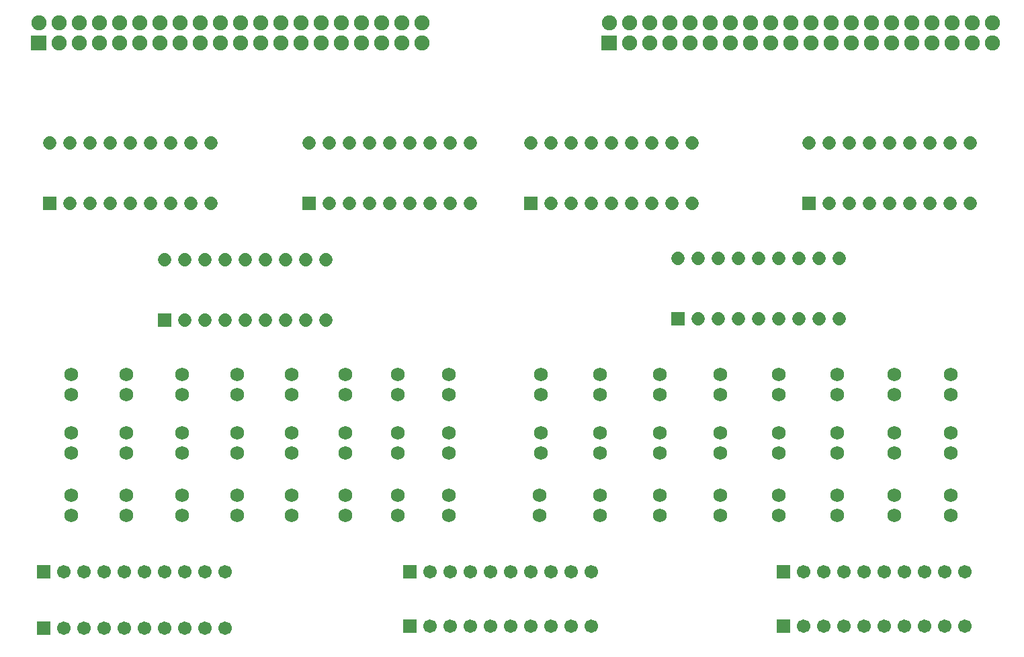
<source format=gbs>
G04 Layer: BottomSolderMaskLayer*
G04 EasyEDA v6.4.19.4, 2021-04-30T18:59:06+02:00*
G04 9f706370d961430f8c96474a389d8511,2e57c490b2cc43cca34809fe9e8c30bf,10*
G04 Gerber Generator version 0.2*
G04 Scale: 100 percent, Rotated: No, Reflected: No *
G04 Dimensions in millimeters *
G04 leading zeros omitted , absolute positions ,4 integer and 5 decimal *
%FSLAX45Y45*%
%MOMM*%

%ADD22C,1.7016*%
%ADD23R,1.7016X1.7016*%
%ADD25C,1.9016*%
%ADD26C,1.7526*%

%LPD*%
D22*
X1739900Y7734300D02*
G01*
X1739900Y7734300D01*
X1993900Y7734300D02*
G01*
X1993900Y7734300D01*
X2247900Y7734300D02*
G01*
X2247900Y7734300D01*
X2501900Y7734300D02*
G01*
X2501900Y7734300D01*
X2755900Y7734300D02*
G01*
X2755900Y7734300D01*
X3009900Y7734300D02*
G01*
X3009900Y7734300D01*
X3263900Y7734300D02*
G01*
X3263900Y7734300D01*
X3263900Y6972300D02*
G01*
X3263900Y6972300D01*
X1485900Y7734300D02*
G01*
X1485900Y7734300D01*
X1231900Y7734300D02*
G01*
X1231900Y7734300D01*
X3009900Y6972300D02*
G01*
X3009900Y6972300D01*
X2755900Y6972300D02*
G01*
X2755900Y6972300D01*
X2501900Y6972300D02*
G01*
X2501900Y6972300D01*
X2247900Y6972300D02*
G01*
X2247900Y6972300D01*
X1993900Y6972300D02*
G01*
X1993900Y6972300D01*
X1739900Y6972300D02*
G01*
X1739900Y6972300D01*
X1485900Y6972300D02*
G01*
X1485900Y6972300D01*
X5003800Y7734300D02*
G01*
X5003800Y7734300D01*
X5257800Y7734300D02*
G01*
X5257800Y7734300D01*
X5511800Y7734300D02*
G01*
X5511800Y7734300D01*
X5765800Y7734300D02*
G01*
X5765800Y7734300D01*
X6019800Y7734300D02*
G01*
X6019800Y7734300D01*
X6273800Y7734300D02*
G01*
X6273800Y7734300D01*
X6527800Y7734300D02*
G01*
X6527800Y7734300D01*
X6527800Y6972300D02*
G01*
X6527800Y6972300D01*
X4749800Y7734300D02*
G01*
X4749800Y7734300D01*
X4495800Y7734300D02*
G01*
X4495800Y7734300D01*
X6273800Y6972300D02*
G01*
X6273800Y6972300D01*
X6019800Y6972300D02*
G01*
X6019800Y6972300D01*
X5765800Y6972300D02*
G01*
X5765800Y6972300D01*
X5511800Y6972300D02*
G01*
X5511800Y6972300D01*
X5257800Y6972300D02*
G01*
X5257800Y6972300D01*
X5003800Y6972300D02*
G01*
X5003800Y6972300D01*
X4749800Y6972300D02*
G01*
X4749800Y6972300D01*
X7797800Y7734300D02*
G01*
X7797800Y7734300D01*
X8051800Y7734300D02*
G01*
X8051800Y7734300D01*
X8305800Y7734300D02*
G01*
X8305800Y7734300D01*
X8559800Y7734300D02*
G01*
X8559800Y7734300D01*
X8813800Y7734300D02*
G01*
X8813800Y7734300D01*
X9067800Y7734300D02*
G01*
X9067800Y7734300D01*
X9321800Y7734300D02*
G01*
X9321800Y7734300D01*
X9321800Y6972300D02*
G01*
X9321800Y6972300D01*
X7543800Y7734300D02*
G01*
X7543800Y7734300D01*
X7289800Y7734300D02*
G01*
X7289800Y7734300D01*
X9067800Y6972300D02*
G01*
X9067800Y6972300D01*
X8813800Y6972300D02*
G01*
X8813800Y6972300D01*
X8559800Y6972300D02*
G01*
X8559800Y6972300D01*
X8305800Y6972300D02*
G01*
X8305800Y6972300D01*
X8051800Y6972300D02*
G01*
X8051800Y6972300D01*
X7797800Y6972300D02*
G01*
X7797800Y6972300D01*
X7543800Y6972300D02*
G01*
X7543800Y6972300D01*
X9652000Y6273800D02*
G01*
X9652000Y6273800D01*
X9906000Y6273800D02*
G01*
X9906000Y6273800D01*
X10160000Y6273800D02*
G01*
X10160000Y6273800D01*
X10414000Y6273800D02*
G01*
X10414000Y6273800D01*
X10668000Y6273800D02*
G01*
X10668000Y6273800D01*
X10922000Y6273800D02*
G01*
X10922000Y6273800D01*
X11176000Y6273800D02*
G01*
X11176000Y6273800D01*
X11176000Y5511800D02*
G01*
X11176000Y5511800D01*
X9398000Y6273800D02*
G01*
X9398000Y6273800D01*
X9144000Y6273800D02*
G01*
X9144000Y6273800D01*
X10922000Y5511800D02*
G01*
X10922000Y5511800D01*
X10668000Y5511800D02*
G01*
X10668000Y5511800D01*
X10414000Y5511800D02*
G01*
X10414000Y5511800D01*
X10160000Y5511800D02*
G01*
X10160000Y5511800D01*
X9906000Y5511800D02*
G01*
X9906000Y5511800D01*
X9652000Y5511800D02*
G01*
X9652000Y5511800D01*
X9398000Y5511800D02*
G01*
X9398000Y5511800D01*
X11303000Y7734300D02*
G01*
X11303000Y7734300D01*
X11557000Y7734300D02*
G01*
X11557000Y7734300D01*
X11811000Y7734300D02*
G01*
X11811000Y7734300D01*
X12065000Y7734300D02*
G01*
X12065000Y7734300D01*
X12319000Y7734300D02*
G01*
X12319000Y7734300D01*
X12573000Y7734300D02*
G01*
X12573000Y7734300D01*
X12827000Y7734300D02*
G01*
X12827000Y7734300D01*
X12827000Y6972300D02*
G01*
X12827000Y6972300D01*
X11049000Y7734300D02*
G01*
X11049000Y7734300D01*
X10795000Y7734300D02*
G01*
X10795000Y7734300D01*
X12573000Y6972300D02*
G01*
X12573000Y6972300D01*
X12319000Y6972300D02*
G01*
X12319000Y6972300D01*
X12065000Y6972300D02*
G01*
X12065000Y6972300D01*
X11811000Y6972300D02*
G01*
X11811000Y6972300D01*
X11557000Y6972300D02*
G01*
X11557000Y6972300D01*
X11303000Y6972300D02*
G01*
X11303000Y6972300D01*
X11049000Y6972300D02*
G01*
X11049000Y6972300D01*
X3187700Y6261100D02*
G01*
X3187700Y6261100D01*
X3441700Y6261100D02*
G01*
X3441700Y6261100D01*
X3695700Y6261100D02*
G01*
X3695700Y6261100D01*
X3949700Y6261100D02*
G01*
X3949700Y6261100D01*
X4203700Y6261100D02*
G01*
X4203700Y6261100D01*
X4457700Y6261100D02*
G01*
X4457700Y6261100D01*
X4711700Y6261100D02*
G01*
X4711700Y6261100D01*
X4711700Y5499100D02*
G01*
X4711700Y5499100D01*
X2933700Y6261100D02*
G01*
X2933700Y6261100D01*
X2679700Y6261100D02*
G01*
X2679700Y6261100D01*
X4457700Y5499100D02*
G01*
X4457700Y5499100D01*
X4203700Y5499100D02*
G01*
X4203700Y5499100D01*
X3949700Y5499100D02*
G01*
X3949700Y5499100D01*
X3695700Y5499100D02*
G01*
X3695700Y5499100D01*
X3441700Y5499100D02*
G01*
X3441700Y5499100D01*
X3187700Y5499100D02*
G01*
X3187700Y5499100D01*
X2933700Y5499100D02*
G01*
X2933700Y5499100D01*
D23*
G01*
X1231900Y6972300D03*
G01*
X4495800Y6972300D03*
G01*
X7289800Y6972300D03*
G01*
X9144000Y5511800D03*
G01*
X10795000Y6972300D03*
G01*
X2679700Y5499100D03*
G36*
X997204Y8896604D02*
G01*
X997204Y9086595D01*
X1187195Y9086595D01*
X1187195Y8896604D01*
G37*
D25*
G01*
X1092200Y9245600D03*
G01*
X1346200Y8991600D03*
G01*
X1346200Y9245600D03*
G01*
X1600200Y8991600D03*
G01*
X1600200Y9245600D03*
G01*
X1854200Y8991600D03*
G01*
X1854200Y9245600D03*
G01*
X2108200Y8991600D03*
G01*
X2108200Y9245600D03*
G01*
X2362200Y8991600D03*
G01*
X2362200Y9245600D03*
G01*
X2616200Y8991600D03*
G01*
X2616200Y9245600D03*
G01*
X2870200Y8991600D03*
G01*
X2870200Y9245600D03*
G01*
X3124200Y8991600D03*
G01*
X3124200Y9245600D03*
G01*
X3378200Y8991600D03*
G01*
X3378200Y9245600D03*
G01*
X3632200Y8991600D03*
G01*
X3632200Y9245600D03*
G01*
X3886200Y8991600D03*
G01*
X3886200Y9245600D03*
G01*
X4140200Y8991600D03*
G01*
X4140200Y9245600D03*
G01*
X4394200Y8991600D03*
G01*
X4394200Y9245600D03*
G01*
X4648200Y8991600D03*
G01*
X4648200Y9245600D03*
G01*
X4902200Y8991600D03*
G01*
X4902200Y9245600D03*
G01*
X5156200Y8991600D03*
G01*
X5156200Y9245600D03*
G01*
X5410200Y8991600D03*
G01*
X5410200Y9245600D03*
G01*
X5664200Y8991600D03*
G01*
X5664200Y9245600D03*
G01*
X5918200Y8991600D03*
G01*
X5918200Y9245600D03*
G36*
X8185404Y8896604D02*
G01*
X8185404Y9086595D01*
X8375395Y9086595D01*
X8375395Y8896604D01*
G37*
G01*
X8280400Y9245600D03*
G01*
X8534400Y8991600D03*
G01*
X8534400Y9245600D03*
G01*
X8788400Y8991600D03*
G01*
X8788400Y9245600D03*
G01*
X9042400Y8991600D03*
G01*
X9042400Y9245600D03*
G01*
X9296400Y8991600D03*
G01*
X9296400Y9245600D03*
G01*
X9550400Y8991600D03*
G01*
X9550400Y9245600D03*
G01*
X9804400Y8991600D03*
G01*
X9804400Y9245600D03*
G01*
X10058400Y8991600D03*
G01*
X10058400Y9245600D03*
G01*
X10312400Y8991600D03*
G01*
X10312400Y9245600D03*
G01*
X10566400Y8991600D03*
G01*
X10566400Y9245600D03*
G01*
X10820400Y8991600D03*
G01*
X10820400Y9245600D03*
G01*
X11074400Y8991600D03*
G01*
X11074400Y9245600D03*
G01*
X11328400Y8991600D03*
G01*
X11328400Y9245600D03*
G01*
X11582400Y8991600D03*
G01*
X11582400Y9245600D03*
G01*
X11836400Y8991600D03*
G01*
X11836400Y9245600D03*
G01*
X12090400Y8991600D03*
G01*
X12090400Y9245600D03*
G01*
X12344400Y8991600D03*
G01*
X12344400Y9245600D03*
G01*
X12598400Y8991600D03*
G01*
X12598400Y9245600D03*
G01*
X12852400Y8991600D03*
G01*
X12852400Y9245600D03*
G01*
X13106400Y8991600D03*
G01*
X13106400Y9245600D03*
D26*
G01*
X1498600Y4813300D03*
G01*
X1498600Y4559300D03*
G01*
X2197100Y4813300D03*
G01*
X2197100Y4559300D03*
G01*
X2895600Y4813300D03*
G01*
X2895600Y4559300D03*
G01*
X3594100Y4813300D03*
G01*
X3594100Y4559300D03*
G01*
X4279900Y4813300D03*
G01*
X4279900Y4559300D03*
G01*
X4953000Y4813300D03*
G01*
X4953000Y4559300D03*
G01*
X5613400Y4813300D03*
G01*
X5613400Y4559300D03*
G01*
X6261100Y4813300D03*
G01*
X6261100Y4559300D03*
G01*
X6261100Y4076700D03*
G01*
X6261100Y3822700D03*
G01*
X5613400Y4076700D03*
G01*
X5613400Y3822700D03*
G01*
X4953000Y4076700D03*
G01*
X4953000Y3822700D03*
G01*
X4279900Y4076700D03*
G01*
X4279900Y3822700D03*
G01*
X3594100Y4076700D03*
G01*
X3594100Y3822700D03*
G01*
X2895600Y4076700D03*
G01*
X2895600Y3822700D03*
G01*
X2197100Y4076700D03*
G01*
X2197100Y3822700D03*
G01*
X1498600Y4076700D03*
G01*
X1498600Y3822700D03*
G01*
X6261100Y3289300D03*
G01*
X6261100Y3035300D03*
G01*
X5613400Y3289300D03*
G01*
X5613400Y3035300D03*
G01*
X4953000Y3289300D03*
G01*
X4953000Y3035300D03*
G01*
X4279900Y3289300D03*
G01*
X4279900Y3035300D03*
G01*
X3594100Y3289300D03*
G01*
X3594100Y3035300D03*
G01*
X2895600Y3289300D03*
G01*
X2895600Y3035300D03*
G01*
X2197100Y3289300D03*
G01*
X2197100Y3035300D03*
G01*
X1498600Y3289300D03*
G01*
X1498600Y3035300D03*
G01*
X12585700Y4813300D03*
G01*
X12585700Y4559300D03*
G01*
X11874500Y4813300D03*
G01*
X11874500Y4559300D03*
G01*
X11150600Y4813300D03*
G01*
X11150600Y4559300D03*
G01*
X10414000Y4813300D03*
G01*
X10414000Y4559300D03*
G01*
X9677400Y4813300D03*
G01*
X9677400Y4559300D03*
G01*
X8915400Y4813300D03*
G01*
X8915400Y4559300D03*
G01*
X8166100Y4813300D03*
G01*
X8166100Y4559300D03*
G01*
X7416800Y4813300D03*
G01*
X7416800Y4559300D03*
G01*
X12585700Y4076700D03*
G01*
X12585700Y3822700D03*
G01*
X11874500Y4076700D03*
G01*
X11874500Y3822700D03*
G01*
X11150600Y4076700D03*
G01*
X11150600Y3822700D03*
G01*
X10414000Y4076700D03*
G01*
X10414000Y3822700D03*
G01*
X9677400Y4076700D03*
G01*
X9677400Y3822700D03*
G01*
X8915400Y4076700D03*
G01*
X8915400Y3822700D03*
G01*
X8166100Y4076700D03*
G01*
X8166100Y3822700D03*
G01*
X7416800Y4076700D03*
G01*
X7416800Y3822700D03*
G01*
X12585700Y3289300D03*
G01*
X12585700Y3035300D03*
G01*
X11874500Y3289300D03*
G01*
X11874500Y3035300D03*
G01*
X11150600Y3289300D03*
G01*
X11150600Y3035300D03*
G01*
X10414000Y3289300D03*
G01*
X10414000Y3035300D03*
G01*
X9677400Y3289300D03*
G01*
X9677400Y3035300D03*
G01*
X8915400Y3289300D03*
G01*
X8915400Y3035300D03*
G01*
X8166100Y3289300D03*
G01*
X8166100Y3035300D03*
G01*
X7404100Y3289300D03*
G01*
X7404100Y3035300D03*
D22*
G01*
X3187700Y2324100D03*
G01*
X2933700Y2324100D03*
G01*
X2679700Y2324100D03*
G01*
X2425700Y2324100D03*
G01*
X2171700Y2324100D03*
G01*
X1917700Y2324100D03*
G01*
X1663700Y2324100D03*
G01*
X1409700Y2324100D03*
G36*
X1070610Y2239010D02*
G01*
X1070610Y2409189D01*
X1240789Y2409189D01*
X1240789Y2239010D01*
G37*
G01*
X3441700Y2324100D03*
G01*
X3187700Y1612900D03*
G01*
X2933700Y1612900D03*
G01*
X2679700Y1612900D03*
G01*
X2425700Y1612900D03*
G01*
X2171700Y1612900D03*
G01*
X1917700Y1612900D03*
G01*
X1663700Y1612900D03*
G01*
X1409700Y1612900D03*
G36*
X1070610Y1527810D02*
G01*
X1070610Y1697989D01*
X1240789Y1697989D01*
X1240789Y1527810D01*
G37*
G01*
X3441700Y1612900D03*
G01*
X7797800Y2324100D03*
G01*
X7543800Y2324100D03*
G01*
X7289800Y2324100D03*
G01*
X7035800Y2324100D03*
G01*
X6781800Y2324100D03*
G01*
X6527800Y2324100D03*
G01*
X6273800Y2324100D03*
G01*
X6019800Y2324100D03*
G36*
X5680709Y2239010D02*
G01*
X5680709Y2409189D01*
X5850890Y2409189D01*
X5850890Y2239010D01*
G37*
G01*
X8051800Y2324100D03*
G01*
X7797800Y1638300D03*
G01*
X7543800Y1638300D03*
G01*
X7289800Y1638300D03*
G01*
X7035800Y1638300D03*
G01*
X6781800Y1638300D03*
G01*
X6527800Y1638300D03*
G01*
X6273800Y1638300D03*
G01*
X6019800Y1638300D03*
G36*
X5680709Y1553210D02*
G01*
X5680709Y1723389D01*
X5850890Y1723389D01*
X5850890Y1553210D01*
G37*
G01*
X8051800Y1638300D03*
G01*
X12509500Y2324100D03*
G01*
X12255500Y2324100D03*
G01*
X12001500Y2324100D03*
G01*
X11747500Y2324100D03*
G01*
X11493500Y2324100D03*
G01*
X11239500Y2324100D03*
G01*
X10985500Y2324100D03*
G01*
X10731500Y2324100D03*
G36*
X10392409Y2239010D02*
G01*
X10392409Y2409189D01*
X10562590Y2409189D01*
X10562590Y2239010D01*
G37*
G01*
X12763500Y2324100D03*
G01*
X12509500Y1638300D03*
G01*
X12255500Y1638300D03*
G01*
X12001500Y1638300D03*
G01*
X11747500Y1638300D03*
G01*
X11493500Y1638300D03*
G01*
X11239500Y1638300D03*
G01*
X10985500Y1638300D03*
G01*
X10731500Y1638300D03*
G36*
X10392409Y1553210D02*
G01*
X10392409Y1723389D01*
X10562590Y1723389D01*
X10562590Y1553210D01*
G37*
G01*
X12763500Y1638300D03*
M02*

</source>
